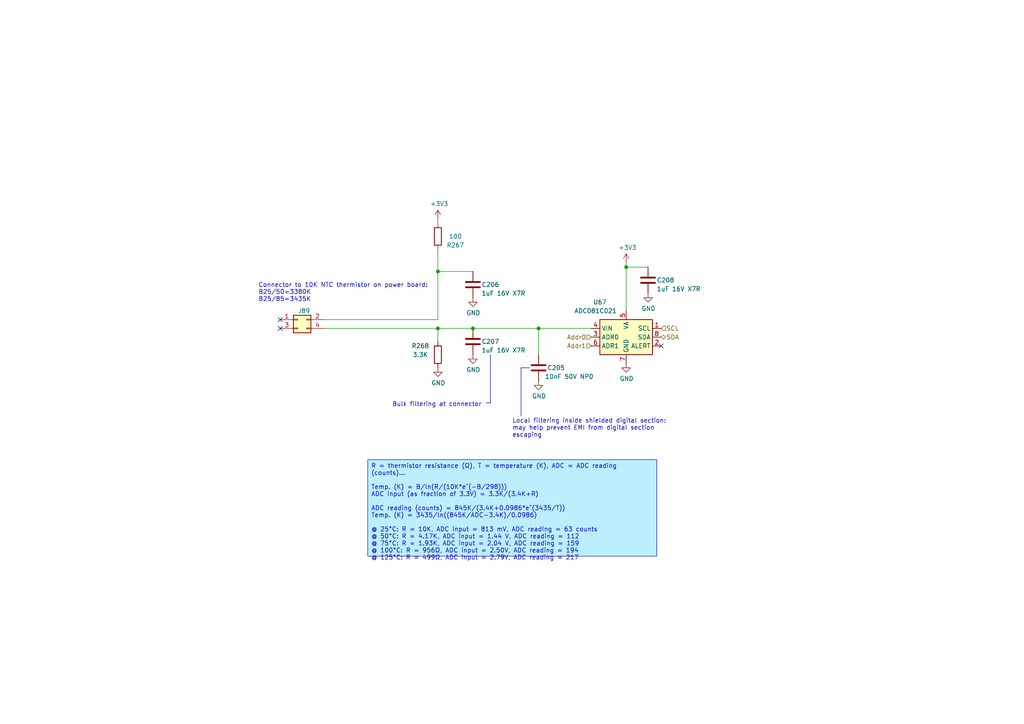
<source format=kicad_sch>
(kicad_sch (version 20250114) (generator "eeschema") (generator_version "9.0")
  (paper "A4")
  (title_block (title "Temperature Sensing for Power Board") (date "2023-05-04") (rev "D4") (company "Martinos Center @ MGH") (comment 1 "Don Straney"))
  (lib_symbols
    (symbol "Analog_ADC:ADC081C021CIMM"
      (property "Reference" "U" (at 3.81 11.43 0))
      (property "Value" "ADC081C021CIMM" (at 10.16 8.89 0))
      (symbol "ADC081C021CIMM_0_1"
        (rectangle (start -7.62 5.08) (end 7.62 -5.08) (stroke (width 0.254)) (fill (type background)))
      )
      (symbol "ADC081C021CIMM_1_1"
        (pin input line (at -10.16 2.54 0) (length 2.54) (name "VIN") (number "4"))
        (pin input line (at -10.16 0 0) (length 2.54) (name "ADR0") (number "3"))
        (pin input line (at -10.16 -2.54 0) (length 2.54) (name "ADR1") (number "6"))
        (pin power_in line (at 0 7.62 270) (length 2.54) (name "VA") (number "5"))
        (pin power_in line (at 0 -7.62 90) (length 2.54) (name "GND") (number "7"))
        (pin input line (at 10.16 2.54 180) (length 2.54) (name "SCL") (number "1"))
        (pin bidirectional line (at 10.16 0 180) (length 2.54) (name "SDA") (number "8"))
        (pin open_collector line (at 10.16 -2.54 180) (length 2.54) (name "ALERT") (number "2"))
      )
    )
    (symbol "Connector_Generic:Conn_02x02_Odd_Even" (pin_names (offset 1.016) (hide yes))
      (property "Reference" "J" (at 1.27 2.54 0))
      (property "Value" "Conn_02x02_Odd_Even" (at 1.27 -5.08 0))
      (symbol "Conn_02x02_Odd_Even_1_1"
        (rectangle (start -1.27 1.27) (end 3.81 -3.81) (stroke (width 0.254)) (fill (type background)))
        (rectangle (start -1.27 0.127) (end 0 -0.127) (stroke (width 0.1524)))
        (rectangle (start -1.27 -2.413) (end 0 -2.667) (stroke (width 0.1524)))
        (rectangle (start 3.81 0.127) (end 2.54 -0.127) (stroke (width 0.1524)))
        (rectangle (start 3.81 -2.413) (end 2.54 -2.667) (stroke (width 0.1524)))
        (pin passive line (at -5.08 0 0) (length 3.81) (name "Pin_1") (number "1"))
        (pin passive line (at -5.08 -2.54 0) (length 3.81) (name "Pin_3") (number "3"))
        (pin passive line (at 7.62 0 180) (length 3.81) (name "Pin_2") (number "2"))
        (pin passive line (at 7.62 -2.54 180) (length 3.81) (name "Pin_4") (number "4"))
      )
    )
    (symbol "Device:C" (pin_numbers (hide yes)) (pin_names (offset 0.254))
      (property "Reference" "C" (at 0.635 2.54 0))
      (property "Value" "C" (at 0.635 -2.54 0))
      (symbol "C_0_1"
        (polyline (pts (xy -2.032 0.762) (xy 2.032 0.762)) (stroke (width 0.508)))
        (polyline (pts (xy -2.032 -0.762) (xy 2.032 -0.762)) (stroke (width 0.508)))
      )
      (symbol "C_1_1"
        (pin passive line (at 0 3.81 270) (length 2.794) (name "~") (number "1"))
        (pin passive line (at 0 -3.81 90) (length 2.794) (name "~") (number "2"))
      )
    )
    (symbol "Device:R" (pin_numbers (hide yes)) (pin_names (offset 0))
      (property "Reference" "R" (at 2.032 0 90))
      (property "Value" "R" (at 0 0 90))
      (symbol "R_0_1"
        (rectangle (start -1.016 -2.54) (end 1.016 2.54) (stroke (width 0.254)))
      )
      (symbol "R_1_1"
        (pin passive line (at 0 3.81 270) (length 1.27) (name "~") (number "1"))
        (pin passive line (at 0 -3.81 90) (length 1.27) (name "~") (number "2"))
      )
    )
    (symbol "amp-ctrl-rescue:+3.3V-power" (power) (pin_names (offset 0))
      (property "Value" "+3.3V-power" (at 0 3.556 0))
      (symbol "+3.3V-power_0_1"
        (polyline (pts (xy -0.762 1.27) (xy 0 2.54)))
        (polyline (pts (xy 0 2.54) (xy 0.762 1.27)))
        (polyline (pts (xy 0 0) (xy 0 2.54)))
      )
      (symbol "+3.3V-power_1_1"
        (pin power_in line (at 0 0 90) (length 0) (hide yes) (name "+3V3") (number "1"))
      )
    )
    (symbol "power:GND" (power) (pin_names (offset 0))
      (property "Value" "GND" (at 0 -3.81 0))
      (symbol "GND_0_1"
        (polyline (pts (xy 0 0) (xy 0 -1.27) (xy 1.27 -1.27) (xy 0 -2.54) (xy -1.27 -1.27) (xy 0 -1.27)))
      )
      (symbol "GND_1_1"
        (pin power_in line (at 0 0 270) (length 0) (hide yes) (name "GND") (number "1"))
      )
    )
  )
  (text "Connector to 10K NTC thermistor on power board:\nB25/50=3380K\nB25/85=3435K" (at 74.93 87.63 0) (effects (font (size 1.27 1.27)) (justify left bottom)))
  (text "Bulk filtering at connector" (at 139.7 118.11 0) (effects (font (size 1.27 1.27)) (justify right bottom)))
  (text "Local filtering inside shielded digital section:\nmay help prevent EMI from digital section\nescaping" (at 148.59 127 0) (effects (font (size 1.27 1.27)) (justify left bottom)))
  (text_box "R = thermistor resistance (Ω), T = temperature (K), ADC = ADC reading (counts)...\n\nTemp. (K) = B/ln(R/(10K*e^(-B/298)))\nADC input (as fraction of 3.3V) = 3.3K/(3.4K+R)\n\nADC reading (counts) = 845K/(3.4K+0.0986*e^(3435/T))\nTemp. (K) = 3435/ln((845K/ADC-3.4K)/0.0986)\n\n@ 25°C: R = 10K, ADC input = 813 mV, ADC reading = 63 counts\n@ 50°C: R = 4.17K, ADC input = 1.44 V, ADC reading = 112\n@ 75°C: R = 1.93K, ADC input = 2.04 V, ADC reading = 159\n@ 100°C: R = 956Ω, ADC input = 2.50V, ADC reading = 194\n@ 125°C: R = 499Ω, ADC input = 2.79V, ADC reading = 217" (at 106.68 133.35 0) (size 83.82 27.94) (margins 0.9525 0.9525 0.9525 0.9525) (fill (type color) (color 187 238 255 1)) (effects (font (size 1.27 1.27)) (justify left top)))
  (junction (at 127 78.74))
  (junction (at 181.61 77.47))
  (junction (at 137.16 95.25))
  (junction (at 127 95.25))
  (junction (at 156.21 95.25))
  (no_connect (at 81.28 92.71))
  (no_connect (at 191.77 100.33))
  (no_connect (at 81.28 95.25))
  (polyline (pts (xy 151.13 106.68) (xy 153.67 106.68)))
  (wire (pts (xy 181.61 77.47) (xy 181.61 90.17)))
  (wire (pts (xy 93.98 92.71) (xy 127 92.71)))
  (polyline (pts (xy 142.24 116.84) (xy 140.97 116.84)))
  (wire (pts (xy 137.16 78.74) (xy 127 78.74)))
  (wire (pts (xy 127 72.39) (xy 127 78.74)))
  (wire (pts (xy 137.16 95.25) (xy 156.21 95.25)))
  (polyline (pts (xy 151.13 120.65) (xy 151.13 106.68)))
  (wire (pts (xy 187.96 77.47) (xy 181.61 77.47)))
  (wire (pts (xy 127 95.25) (xy 137.16 95.25)))
  (wire (pts (xy 93.98 95.25) (xy 127 95.25)))
  (wire (pts (xy 156.21 102.87) (xy 156.21 95.25)))
  (wire (pts (xy 127 95.25) (xy 127 99.06)))
  (wire (pts (xy 181.61 77.47) (xy 181.61 76.2)))
  (polyline (pts (xy 142.24 102.87) (xy 142.24 116.84)))
  (wire (pts (xy 127 78.74) (xy 127 92.71)))
  (wire (pts (xy 156.21 95.25) (xy 171.45 95.25)))
  (wire (pts (xy 127 64.77) (xy 127 63.5)))
  (hierarchical_label "SCL" (shape input) (at 191.77 95.25 0))
  (hierarchical_label "Addr1" (shape input) (at 171.45 100.33 180))
  (hierarchical_label "SDA" (shape bidirectional) (at 191.77 97.79 0))
  (hierarchical_label "Addr0" (shape input) (at 171.45 97.79 180))
  (symbol (lib_id "power:GND") (at 156.21 110.49 0) (unit 1)
    (property "Reference" "#PWR0431" (effects (hide yes)))
    (property "Value" "GND" (at 156.337 114.8842 0))
    (instances (project "amp ctrl" (path "" (reference "#PWR0431") (unit 1)) (path "" (reference "#PWR0449") (unit 1)) (path "" (reference "#PWR0463") (unit 1))))
  )
  (symbol (lib_id "Device:C") (at 156.21 106.68 0) (mirror x) (unit 1)
    (property "Reference" "C205" (at 161.29 106.68 0))
    (property "Value" "10nF 50V NP0" (at 165.1 109.22 0))
    (property "Footprint" "Capacitor_SMD:C_0603_1608Metric" (effects (hide yes)))
    (property "Type" "SMT" (effects (hide yes)))
    (property "Manufacturer" "Murata" (effects (hide yes)))
    (property "Part Number" "GRM1885C1H103JA01D" (effects (hide yes)))
    (instances (project "amp ctrl" (path "" (reference "C205") (unit 1)) (path "" (reference "C233") (unit 1)) (path "" (reference "C234") (unit 1))))
  )
  (symbol (lib_id "Connector_Generic:Conn_02x02_Odd_Even") (at 86.36 92.71 0) (unit 1)
    (property "Reference" "J89" (at 86.36 90.17 0) (effects (justify left)))
    (property "Value" "Conn_02x02" (effects (hide yes)))
    (property "Footprint" "Martinos:PinSocket_2x02_P2.54mm_Vertical_SMD_BotEntry_Pin" (effects (hide yes)))
    (property "Type" "SMT" (effects (hide yes)))
    (property "Manufacturer" "Harwin" (effects (hide yes)))
    (property "Manufacturer Alt." "Samtec" (effects (hide yes)))
    (property "Part Number" "M20-7810245 / M20-7810245R" (effects (hide yes)))
    (property "Part Number Alt." "HLE-102-02-L-DV / HLE-102-02-F-DV / HLE-102-02-G-DV / HLE-102-02-S-DV / HLE-102-02-SM-DV / HLE-102-02-H-DV" (effects (hide yes)))
    (instances (project "amp ctrl" (path "" (reference "J89") (unit 1)) (path "" (reference "J90") (unit 1)) (path "" (reference "J91") (unit 1))))
  )
  (symbol (lib_id "Device:R") (at 127 102.87 0) (mirror y) (unit 1)
    (property "Reference" "R268" (at 121.92 100.33 0))
    (property "Value" "3.3K" (at 121.92 102.87 0))
    (property "Footprint" "Resistor_SMD:R_0805_2012Metric" (effects (hide yes)))
    (property "Type" "SMT" (effects (hide yes)))
    (property "Manufacturer" "KOA Speer" (effects (hide yes)))
    (property "Part Number" "RK73H2ATTD3301F" (effects (hide yes)))
    (instances (project "amp ctrl" (path "" (reference "R268") (unit 1)) (path "" (reference "R270") (unit 1)) (path "" (reference "R272") (unit 1))))
  )
  (symbol (lib_id "power:GND") (at 127 106.68 0) (unit 1)
    (property "Reference" "#PWR0564" (effects (hide yes)))
    (property "Value" "GND" (at 127.127 111.0742 0))
    (instances (project "amp ctrl" (path "" (reference "#PWR0564") (unit 1)) (path "" (reference "#PWR0571") (unit 1)) (path "" (reference "#PWR0578") (unit 1))))
  )
  (symbol (lib_id "power:GND") (at 137.16 102.87 0) (unit 1)
    (property "Reference" "#PWR0565" (effects (hide yes)))
    (property "Value" "GND" (at 137.287 107.2642 0))
    (instances (project "amp ctrl" (path "" (reference "#PWR0565") (unit 1)) (path "" (reference "#PWR0572") (unit 1)) (path "" (reference "#PWR0579") (unit 1))))
  )
  (symbol (lib_id "Device:C") (at 137.16 99.06 0) (mirror x) (unit 1)
    (property "Reference" "C207" (at 142.24 99.06 0))
    (property "Value" "1uF 16V X7R" (at 146.05 101.6 0))
    (property "Footprint" "Capacitor_SMD:C_0603_1608Metric" (effects (hide yes)))
    (property "Manufacturer" "Kemet" (effects (hide yes)))
    (property "Part Number" "C0603C105K4RACTU" (effects (hide yes)))
    (property "Type" "SMT" (effects (hide yes)))
    (instances (project "amp ctrl" (path "" (reference "C207") (unit 1)) (path "" (reference "C210") (unit 1)) (path "" (reference "C213") (unit 1))))
  )
  (symbol (lib_id "amp-ctrl-rescue:+3.3V-power") (at 127 63.5 0) (unit 1)
    (property "Reference" "#PWR0566" (effects (hide yes)))
    (property "Value" "+3V3" (at 127.381 59.1058 0))
    (instances (project "amp ctrl" (path "" (reference "#PWR0566") (unit 1)) (path "" (reference "#PWR0573") (unit 1)) (path "" (reference "#PWR0580") (unit 1))))
  )
  (symbol (lib_id "Device:R") (at 127 68.58 0) (mirror x) (unit 1)
    (property "Reference" "R267" (at 132.08 71.12 0))
    (property "Value" "100" (at 132.08 68.58 0))
    (property "Footprint" "Resistor_SMD:R_0805_2012Metric" (effects (hide yes)))
    (property "Type" "SMT" (effects (hide yes)))
    (property "Manufacturer" "KOA Speer" (effects (hide yes)))
    (property "Part Number" "RK73H2ATTD1000F" (effects (hide yes)))
    (instances (project "amp ctrl" (path "" (reference "R267") (unit 1)) (path "" (reference "R269") (unit 1)) (path "" (reference "R271") (unit 1))))
  )
  (symbol (lib_id "power:GND") (at 137.16 86.36 0) (unit 1)
    (property "Reference" "#PWR0567" (effects (hide yes)))
    (property "Value" "GND" (at 137.287 90.7542 0))
    (instances (project "amp ctrl" (path "" (reference "#PWR0567") (unit 1)) (path "" (reference "#PWR0574") (unit 1)) (path "" (reference "#PWR0581") (unit 1))))
  )
  (symbol (lib_id "Device:C") (at 137.16 82.55 0) (mirror x) (unit 1)
    (property "Reference" "C206" (at 142.24 82.55 0))
    (property "Value" "1uF 16V X7R" (at 146.05 85.09 0))
    (property "Footprint" "Capacitor_SMD:C_0603_1608Metric" (effects (hide yes)))
    (property "Manufacturer" "Kemet" (effects (hide yes)))
    (property "Part Number" "C0603C105K4RACTU" (effects (hide yes)))
    (property "Type" "SMT" (effects (hide yes)))
    (instances (project "amp ctrl" (path "" (reference "C206") (unit 1)) (path "" (reference "C209") (unit 1)) (path "" (reference "C212") (unit 1))))
  )
  (symbol (lib_id "power:GND") (at 187.96 85.09 0) (unit 1)
    (property "Reference" "#PWR0569" (effects (hide yes)))
    (property "Value" "GND" (at 188.087 89.4842 0))
    (instances (project "amp ctrl" (path "" (reference "#PWR0569") (unit 1)) (path "" (reference "#PWR0576") (unit 1)) (path "" (reference "#PWR0583") (unit 1))))
  )
  (symbol (lib_id "Device:C") (at 187.96 81.28 0) (mirror x) (unit 1)
    (property "Reference" "C208" (at 193.04 81.28 0))
    (property "Value" "1uF 16V X7R" (at 196.85 83.82 0))
    (property "Footprint" "Capacitor_SMD:C_0603_1608Metric" (effects (hide yes)))
    (property "Manufacturer" "Kemet" (effects (hide yes)))
    (property "Part Number" "C0603C105K4RACTU" (effects (hide yes)))
    (property "Type" "SMT" (effects (hide yes)))
    (instances (project "amp ctrl" (path "" (reference "C208") (unit 1)) (path "" (reference "C211") (unit 1)) (path "" (reference "C214") (unit 1))))
  )
  (symbol (lib_id "amp-ctrl-rescue:+3.3V-power") (at 181.61 76.2 0) (unit 1)
    (property "Reference" "#PWR0570" (effects (hide yes)))
    (property "Value" "+3V3" (at 181.991 71.8058 0))
    (instances (project "amp ctrl" (path "" (reference "#PWR0570") (unit 1)) (path "" (reference "#PWR0577") (unit 1)) (path "" (reference "#PWR0584") (unit 1))))
  )
  (symbol (lib_id "Analog_ADC:ADC081C021CIMM") (at 181.61 97.79 0) (unit 1)
    (property "Reference" "U67" (at 173.99 87.63 0))
    (property "Value" "ADC081C021" (at 172.72 90.17 0))
    (property "Footprint" "Martinos_std:MSOP-8_3x3mm_P0.65mm" (effects (hide yes)))
    (property "Datasheet" "http://www.ti.com/lit/ds/symlink/adc081c021.pdf" (effects (hide yes)))
    (property "Manufacturer" "Texas Instruments" (effects (hide yes)))
    (property "Part Number" "ADC081C021CIMM/NOPB" (effects (hide yes)))
    (property "Type" "SMT" (effects (hide yes)))
    (instances (project "amp ctrl" (path "" (reference "U67") (unit 1)) (path "" (reference "U68") (unit 1)) (path "" (reference "U69") (unit 1))))
  )
  (symbol (lib_id "power:GND") (at 181.61 105.41 0) (unit 1)
    (property "Reference" "#PWR0595" (effects (hide yes)))
    (property "Value" "GND" (at 181.737 109.8042 0))
    (instances (project "amp ctrl" (path "" (reference "#PWR0595") (unit 1)) (path "" (reference "#PWR0596") (unit 1)) (path "" (reference "#PWR0597") (unit 1))))
  )
)
</source>
